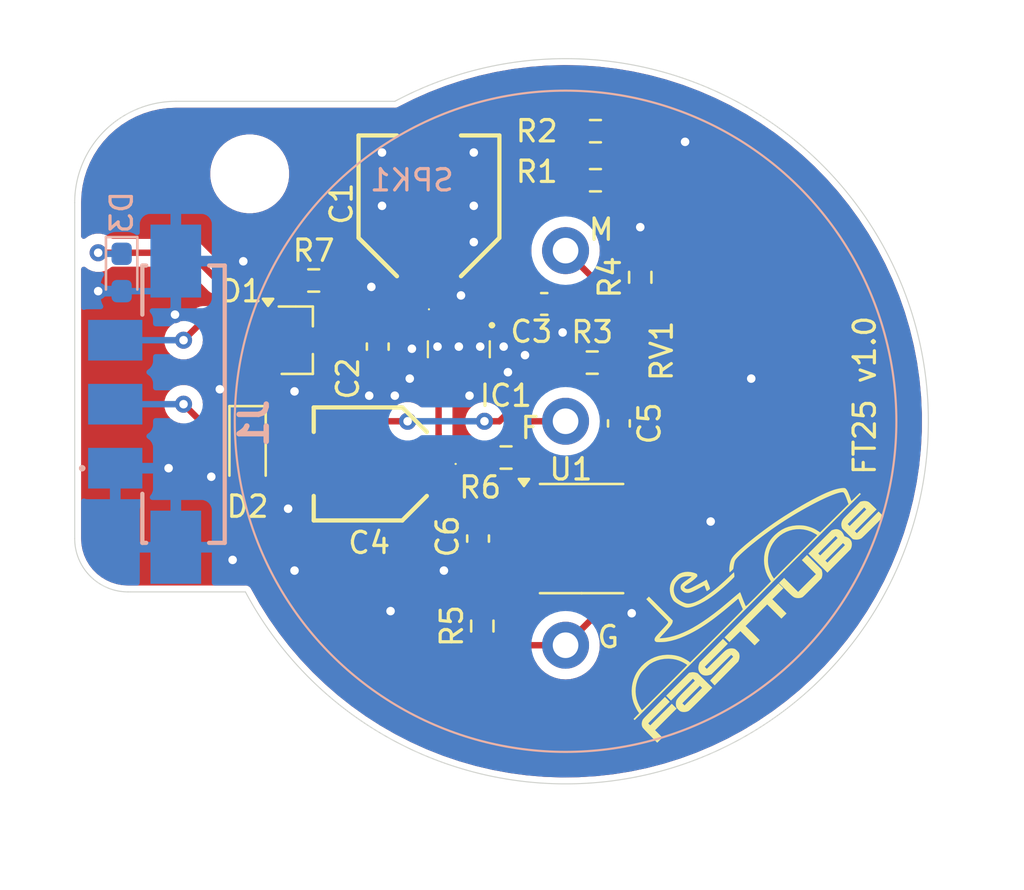
<source format=kicad_pcb>
(kicad_pcb
	(version 20240108)
	(generator "pcbnew")
	(generator_version "8.0")
	(general
		(thickness 1.6)
		(legacy_teardrops no)
	)
	(paper "A4")
	(layers
		(0 "F.Cu" signal)
		(31 "B.Cu" power)
		(32 "B.Adhes" user "B.Adhesive")
		(33 "F.Adhes" user "F.Adhesive")
		(34 "B.Paste" user)
		(35 "F.Paste" user)
		(36 "B.SilkS" user "B.Silkscreen")
		(37 "F.SilkS" user "F.Silkscreen")
		(38 "B.Mask" user)
		(39 "F.Mask" user)
		(40 "Dwgs.User" user "User.Drawings")
		(41 "Cmts.User" user "User.Comments")
		(42 "Eco1.User" user "User.Eco1")
		(43 "Eco2.User" user "User.Eco2")
		(44 "Edge.Cuts" user)
		(45 "Margin" user)
		(46 "B.CrtYd" user "B.Courtyard")
		(47 "F.CrtYd" user "F.Courtyard")
		(48 "B.Fab" user)
		(49 "F.Fab" user)
		(50 "User.1" user)
		(51 "User.2" user)
		(52 "User.3" user)
		(53 "User.4" user)
		(54 "User.5" user)
		(55 "User.6" user)
		(56 "User.7" user)
		(57 "User.8" user)
		(58 "User.9" user)
	)
	(setup
		(stackup
			(layer "F.SilkS"
				(type "Top Silk Screen")
			)
			(layer "F.Paste"
				(type "Top Solder Paste")
			)
			(layer "F.Mask"
				(type "Top Solder Mask")
				(thickness 0.01)
			)
			(layer "F.Cu"
				(type "copper")
				(thickness 0.035)
			)
			(layer "dielectric 1"
				(type "core")
				(thickness 1.51)
				(material "FR4")
				(epsilon_r 4.5)
				(loss_tangent 0.02)
			)
			(layer "B.Cu"
				(type "copper")
				(thickness 0.035)
			)
			(layer "B.Mask"
				(type "Bottom Solder Mask")
				(thickness 0.01)
			)
			(layer "B.Paste"
				(type "Bottom Solder Paste")
			)
			(copper_finish "None")
			(dielectric_constraints no)
		)
		(pad_to_mask_clearance 0)
		(allow_soldermask_bridges_in_footprints no)
		(pcbplotparams
			(layerselection 0x00010fc_ffffffff)
			(plot_on_all_layers_selection 0x0000000_00000000)
			(disableapertmacros no)
			(usegerberextensions no)
			(usegerberattributes yes)
			(usegerberadvancedattributes yes)
			(creategerberjobfile yes)
			(dashed_line_dash_ratio 12.000000)
			(dashed_line_gap_ratio 3.000000)
			(svgprecision 4)
			(plotframeref no)
			(viasonmask no)
			(mode 1)
			(useauxorigin no)
			(hpglpennumber 1)
			(hpglpenspeed 20)
			(hpglpendiameter 15.000000)
			(pdf_front_fp_property_popups yes)
			(pdf_back_fp_property_popups yes)
			(dxfpolygonmode yes)
			(dxfimperialunits yes)
			(dxfusepcbnewfont yes)
			(psnegative no)
			(psa4output no)
			(plotreference yes)
			(plotvalue yes)
			(plotfptext yes)
			(plotinvisibletext no)
			(sketchpadsonfab no)
			(subtractmaskfromsilk no)
			(outputformat 1)
			(mirror no)
			(drillshape 1)
			(scaleselection 1)
			(outputdirectory "")
		)
	)
	(net 0 "")
	(net 1 "VDD")
	(net 2 "GND")
	(net 3 "Net-(U1-FEED)")
	(net 4 "Net-(SPK1-M)")
	(net 5 "+24V")
	(net 6 "Net-(U1-HRNEN)")
	(net 7 "Net-(IC1-EN{slash}ADJ)")
	(net 8 "/SIG")
	(net 9 "Net-(SPK1-G)")
	(net 10 "Net-(SPK1-F)")
	(net 11 "Net-(D1-A)")
	(net 12 "unconnected-(U1-NC-Pad1)")
	(net 13 "unconnected-(U1-NC-Pad3)")
	(net 14 "Net-(R1-Pad2)")
	(net 15 "Net-(D3-K)")
	(footprint "Capacitor_SMD:C_0603_1608Metric_Pad1.08x0.95mm_HandSolder" (layer "F.Cu") (at 141.2 96.5 -90))
	(footprint "Capacitor_SMD:C_0603_1608Metric_Pad1.08x0.95mm_HandSolder" (layer "F.Cu") (at 145.9 105.5 90))
	(footprint "LOGO" (layer "F.Cu") (at 157.785054 107.960449 45))
	(footprint "Resistor_SMD:R_0603_1608Metric_Pad0.98x0.95mm_HandSolder" (layer "F.Cu") (at 146.1 109.6 90))
	(footprint "soundbox:06TR4FA104DPR" (layer "F.Cu") (at 159 95.5))
	(footprint "Capacitor_SMD:C_0603_1608Metric_Pad1.08x0.95mm_HandSolder" (layer "F.Cu") (at 149 94.5 180))
	(footprint "Resistor_SMD:R_0603_1608Metric_Pad0.98x0.95mm_HandSolder" (layer "F.Cu") (at 153.5 93.25 90))
	(footprint "soundbox:PG-SCT595-5" (layer "F.Cu") (at 145 96.5 180))
	(footprint "soundbox:EEE0GA101SR" (layer "F.Cu") (at 140.85 102 180))
	(footprint "Resistor_SMD:R_0603_1608Metric_Pad0.98x0.95mm_HandSolder" (layer "F.Cu") (at 147.2125 101.7))
	(footprint "Resistor_SMD:R_0603_1608Metric_Pad0.98x0.95mm_HandSolder" (layer "F.Cu") (at 151.4 88.7))
	(footprint "Package_TO_SOT_SMD:SOT-23_Handsoldering" (layer "F.Cu") (at 137.4 96.2))
	(footprint "Package_SO:SOIC-8_3.9x4.9mm_P1.27mm" (layer "F.Cu") (at 150.75 105.5))
	(footprint "soundbox:EEE1AA101SP" (layer "F.Cu") (at 143.6 89.9 90))
	(footprint "Resistor_SMD:R_0603_1608Metric_Pad0.98x0.95mm_HandSolder" (layer "F.Cu") (at 151.25 97.25))
	(footprint "Capacitor_SMD:C_0603_1608Metric_Pad1.08x0.95mm_HandSolder" (layer "F.Cu") (at 152.5 100.1 -90))
	(footprint "Diode_SMD:D_SOD-323_HandSoldering" (layer "F.Cu") (at 135.1 101.3 -90))
	(footprint "MountingHole:MountingHole_3.2mm_M3_DIN965" (layer "F.Cu") (at 135.2 88.4))
	(footprint "Resistor_SMD:R_0603_1608Metric_Pad0.98x0.95mm_HandSolder" (layer "F.Cu") (at 138.2 93.4))
	(footprint "Resistor_SMD:R_0603_1608Metric_Pad0.98x0.95mm_HandSolder" (layer "F.Cu") (at 151.4 86.4))
	(footprint "soundbox:TE Micro-Mate-N-Lok 1x03" (layer "B.Cu") (at 132.1 99.2 -90))
	(footprint "LED_SMD:LED_0603_1608Metric_Pad1.05x0.95mm_HandSolder" (layer "B.Cu") (at 129.2 93.025 -90))
	(footprint "soundbox:CPT-3016-105T" (layer "B.Cu") (at 150 100 180))
	(gr_arc
		(start 127 89.75)
		(mid 128.391243 86.391243)
		(end 131.75 85)
		(stroke
			(width 0.05)
			(type default)
		)
		(layer "Edge.Cuts")
		(uuid "0c9499f7-3257-4d1a-ab45-d3dea9659961")
	)
	(gr_line
		(start 131.75 85)
		(end 142 85)
		(stroke
			(width 0.05)
			(type default)
		)
		(layer "Edge.Cuts")
		(uuid "145b8ce2-1cdf-402f-8341-2813b341aab6")
	)
	(gr_line
		(start 127 89.75)
		(end 127 105.5)
		(stroke
			(width 0.05)
			(type default)
		)
		(layer "Edge.Cuts")
		(uuid "5702bfe5-fa35-42f9-b66d-dc1faf38af9f")
	)
	(gr_line
		(start 129.5 108)
		(end 135 108)
		(stroke
			(width 0.05)
			(type default)
		)
		(layer "Edge.Cuts")
		(uuid "7ce022d5-3481-46fd-850f-fa99ac5c91eb")
	)
	(gr_arc
		(start 142 85)
		(mid 166.263456 104.949746)
		(end 135.000001 108.000003)
		(stroke
			(width 0.05)
			(type default)
		)
		(layer "Edge.Cuts")
		(uuid "8a2c619c-8626-4af2-8c59-1422d0ba61b9")
	)
	(gr_arc
		(start 129.5 108)
		(mid 127.732233 107.267767)
		(end 127 105.5)
		(stroke
			(width 0.05)
			(type default)
		)
		(layer "Edge.Cuts")
		(uuid "e1634623-b024-4caa-9d4d-69a765686d49")
	)
	(gr_rect
		(start 127 83)
		(end 167 117)
		(stroke
			(width 0.01)
			(type default)
		)
		(fill none)
		(layer "User.1")
		(uuid "39b0a146-c4d4-4256-ae48-acf0ec4d99bd")
	)
	(gr_text "FT25 v1.0"
		(at 164.6 102.6 90)
		(layer "F.SilkS")
		(uuid "0568cae2-bee3-4247-bec4-4aec8861298f")
		(effects
			(font
				(size 1 1)
				(thickness 0.15)
			)
			(justify left bottom)
		)
	)
	(segment
		(start 144.05 100.6)
		(end 144.05 101.8)
		(width 0.3)
		(layer "F.Cu")
		(net 1)
		(uuid "0200de1e-f1d3-475e-904f-1ae67260540b")
	)
	(segment
		(start 144.05 103.45)
		(end 144.05 102.35)
		(width 0.3)
		(layer "F.Cu")
		(net 1)
		(uuid "0bc4b59f-3030-465f-99e6-8a96f1d37eff")
	)
	(segment
		(start 148.275 104.865)
		(end 146.1275 104.865)
		(width 0.3)
		(layer "F.Cu")
		(net 1)
		(uuid "4fcf3739-2429-46db-a6eb-520af12c0900")
	)
	(segment
		(start 144 97.75)
		(end 144.05 97.7)
		(width 0.3)
		(layer "F.Cu")
		(net 1)
		(uuid "b57598a9-8b18-4e03-89c1-05fa95734452")
	)
	(segment
		(start 144.05 97.7)
		(end 144.05 100.6)
		(width 0.3)
		(layer "F.Cu")
		(net 1)
		(uuid "b5e77050-d7d3-4d83-9482-2923ce921046")
	)
	(segment
		(start 142.85 101.8)
		(end 144.05 101.8)
		(width 0.3)
		(layer "F.Cu")
		(net 1)
		(uuid "b743f3e9-4660-4641-8a39-1aa2c34a7ec6")
	)
	(segment
		(start 144.05 102.35)
		(end 143.7 102)
		(width 0.3)
		(layer "F.Cu")
		(net 1)
		(uuid "c5bb5a80-74ea-46d0-bfec-228c952e0dc7")
	)
	(segment
		(start 145.9 104.6375)
		(end 145.2375 104.6375)
		(width 0.3)
		(layer "F.Cu")
		(net 1)
		(uuid "cd55c0ae-b94b-4f6e-88d8-0819b3376a66")
	)
	(segment
		(start 145.2375 104.6375)
		(end 144.05 103.45)
		(width 0.3)
		(layer "F.Cu")
		(net 1)
		(uuid "ea5494ea-c94c-4637-880a-57b8847c4db0")
	)
	(segment
		(start 146.1275 104.865)
		(end 145.9 104.6375)
		(width 0.3)
		(layer "F.Cu")
		(net 1)
		(uuid "f2ef52aa-2e6f-4866-8b2f-5ded5050ff85")
	)
	(segment
		(start 149.8625 95.8375)
		(end 149.8625 94.5)
		(width 0.3)
		(layer "F.Cu")
		(net 2)
		(uuid "71920597-7374-42a3-8e56-7b58da0dcf27")
	)
	(segment
		(start 144.9375 106.3625)
		(end 145.9 106.3625)
		(width 0.3)
		(layer "F.Cu")
		(net 2)
		(uuid "94618711-fb25-45c9-ba6d-6bf0757c171e")
	)
	(segment
		(start 144.3 107)
		(end 144.9375 106.3625)
		(width 0.3)
		(layer "F.Cu")
		(net 2)
		(uuid "de745790-ac23-4005-8032-b29fb642955f")
	)
	(via
		(at 155.6 86.9)
		(size 0.8)
		(drill 0.4)
		(layers "F.Cu" "B.Cu")
		(free yes)
		(net 2)
		(uuid "06a1a750-8536-4cf8-9192-35bc867304a9")
	)
	(via
		(at 145.7 91.6)
		(size 0.8)
		(drill 0.4)
		(layers "F.Cu" "B.Cu")
		(free yes)
		(net 2)
		(uuid "0db306fa-f0a3-4a00-87b1-7ed6fd918b81")
	)
	(via
		(at 140.8 98.8)
		(size 0.8)
		(drill 0.4)
		(layers "F.Cu" "B.Cu")
		(free yes)
		(net 2)
		(uuid "11677aed-5d35-4c15-8c41-230ac25975ee")
	)
	(via
		(at 142 98.8)
		(size 0.8)
		(drill 0.4)
		(layers "F.Cu" "B.Cu")
		(free yes)
		(net 2)
		(uuid "1634c358-6587-4d9e-a4c2-90a5ab1faafd")
	)
	(via
		(at 147.3 97.7)
		(size 0.8)
		(drill 0.4)
		(layers "F.Cu" "B.Cu")
		(free yes)
		(net 2)
		(uuid "1a418d52-d221-44b1-ad1d-91e97992ecb3")
	)
	(via
		(at 134.9 92.5)
		(size 0.8)
		(drill 0.4)
		(layers "F.Cu" "B.Cu")
		(free yes)
		(net 2)
		(uuid "1ae7c5ac-d660-4ab3-b3fa-65cf1c02d49f")
	)
	(via
		(at 141.4 87.4)
		(size 0.8)
		(drill 0.4)
		(layers "F.Cu" "B.Cu")
		(free yes)
		(net 2)
		(uuid "242c131a-7b58-4e7b-a56b-1eff90940cb4")
	)
	(via
		(at 142.7 98)
		(size 0.8)
		(drill 0.4)
		(layers "F.Cu" "B.Cu")
		(free yes)
		(net 2)
		(uuid "25345f8f-538d-46a3-b8d8-5a868b8a4bca")
	)
	(via
		(at 144.3 107)
		(size 0.8)
		(drill 0.4)
		(layers "F.Cu" "B.Cu")
		(net 2)
		(uuid "2a82b6e4-3e60-41fd-bd5d-f6a27f31de3c")
	)
	(via
		(at 134.4 106.5)
		(size 0.8)
		(drill 0.4)
		(layers "F.Cu" "B.Cu")
		(free yes)
		(net 2)
		(uuid "40f43ec0-ad56-49ad-9da1-70b7a7e2a5b3")
	)
	(via
		(at 153.5 90.9)
		(size 0.8)
		(drill 0.4)
		(layers "F.Cu" "B.Cu")
		(free yes)
		(net 2)
		(uuid "59e64dbd-0451-436f-844e-4c0d273598ba")
	)
	(via
		(at 148.1 96.9)
		(size 0.8)
		(drill 0.4)
		(layers "F.Cu" "B.Cu")
		(free yes)
		(net 2)
		(uuid "69cbc453-a834-432c-a06f-6af5e0115401")
	)
	(via
		(at 145 96.5)
		(size 0.8)
		(drill 0.4)
		(layers "F.Cu" "B.Cu")
		(free yes)
		(net 2)
		(uuid "6a66460c-c4ed-4cbb-ad75-8721cfb01e79")
	)
	(via
		(at 153.1 109)
		(size 0.8)
		(drill 0.4)
		(layers "F.Cu" "B.Cu")
		(free yes)
		(net 2)
		(uuid "7fa75b93-3a54-4ab9-823b-8664220d8fc0")
	)
	(via
		(at 137 104.1)
		(size 0.8)
		(drill 0.4)
		(layers "F.Cu" "B.Cu")
		(free yes)
		(net 2)
		(uuid "83ee66e4-35b7-421f-bd51-e9232ebc2f9c")
	)
	(via
		(at 145.7 87.4)
		(size 0.8)
		(drill 0.4)
		(layers "F.Cu" "B.Cu")
		(free yes)
		(net 2)
		(uuid "87ee8f62-5586-4ec4-bf64-4d8e7f4f3c00")
	)
	(via
		(at 142.8 96.6)
		(size 0.8)
		(drill 0.4)
		(layers "F.Cu" "B.Cu")
		(free yes)
		(net 2)
		(uuid "88f446c1-03c1-4aaf-8c6d-a532e3fea711")
	)
	(via
		(at 133.4 102.6)
		(size 0.8)
		(drill 0.4)
		(layers "F.Cu" "B.Cu")
		(free yes)
		(net 2)
		(uuid "92246a78-6004-4e5e-8693-ea3615729c12")
	)
	(via
		(at 131.4 102.2)
		(size 0.8)
		(drill 0.4)
		(layers "F.Cu" "B.Cu")
		(free yes)
		(net 2)
		(uuid "94bb3951-fb1a-46ff-acb9-ecec1cf0b654")
	)
	(via
		(at 140.9 93.7)
		(size 0.8)
		(drill 0.4)
		(layers "F.Cu" "B.Cu")
		(free yes)
		(net 2)
		(uuid "992c7461-a546-414a-83a3-be9358a4ffe2")
	)
	(via
		(at 145.7 89.9)
		(size 0.8)
		(drill 0.4)
		(layers "F.Cu" "B.Cu")
		(free yes)
		(net 2)
		(uuid "afb24003-5dc5-4adf-9efe-5e0f83e92297")
	)
	(via
		(at 145.1 94.1)
		(size 0.8)
		(drill 0.4)
		(layers "F.Cu" "B.Cu")
		(free yes)
		(net 2)
		(uuid "b57f5c0c-c97f-4e02-83ff-2ef698d42b64")
	)
	(via
		(at 145.5 98.8)
		(size 0.8)
		(drill 0.4)
		(layers "F.Cu" "B.Cu")
		(free yes)
		(net 2)
		(uuid "b5ab2b73-4634-4e0e-855d-42a626e2a677")
	)
	(via
		(at 158.7 98)
		(size 0.8)
		(drill 0.4)
		(layers "F.Cu" "B.Cu")
		(free yes)
		(net 2)
		(uuid "b76a2fc2-0f04-4ac7-8040-3c68efea3aaa")
	)
	(via
		(at 137.3 107)
		(size 0.8)
		(drill 0.4)
		(layers "F.Cu" "B.Cu")
		(free yes)
		(net 2)
		(uuid "b84a5bb6-38b6-489a-88d5-f98f5bcf4f0a")
	)
	(via
		(at 128.1 93.9)
		(size 0.8)
		(drill 0.4)
		(layers "F.Cu" "B.Cu")
		(free yes)
		(net 2)
		(uuid "c6f53ace-18f2-4464-867c-521c9da61925")
	)
	(via
		(at 141.4 89.9)
		(size 0.8)
		(drill 0.4)
		(layers "F.Cu" "B.Cu")
		(free yes)
		(net 2)
		(uuid "ce35d305-acce-470c-a782-1e723ff90853")
	)
	(via
		(at 146 96.5)
		(size 0.8)
		(drill 0.4)
		(layers "F.Cu" "B.Cu")
		(free yes)
		(net 2)
		(uuid "ce89bd32-5eb5-4729-8660-e03d2d9f2e18")
	)
	(via
		(at 147.1 96.5)
		(size 0.8)
		(drill 0.4)
		(layers "F.Cu" "B.Cu")
		(free yes)
		(net 2)
		(uuid "d6efebd2-3405-41b1-bc0d-84897ffc75fb")
	)
	(via
		(at 131.7 95)
		(size 0.8)
		(drill 0.4)
		(layers "F.Cu" "B.Cu")
		(free yes)
		(net 2)
		(uuid "d7aa9736-678b-4114-bba8-f45e0afe47b8")
	)
	(via
		(at 149.8625 95.8375)
		(size 0.8)
		(drill 0.4)
		(layers "F.Cu" "B.Cu")
		(free yes)
		(net 2)
		(uuid "d8f12fb1-bcf4-4713-a92c-8cd19cfe334a")
	)
	(via
		(at 156.8 104.7)
		(size 0.8)
		(drill 0.4)
		(layers "F.Cu" "B.Cu")
		(free yes)
		(net 2)
		(uuid "db890ffb-38c3-4b56-bb01-106cd42901c5")
	)
	(via
		(at 144 96.5)
		(size 0.8)
		(drill 0.4)
		(layers "F.Cu" "B.Cu")
		(free yes)
		(net 2)
		(uuid "dcf1182a-9346-40f1-9a54-d1175b80aebf")
	)
	(via
		(at 141.8 108.9)
		(size 0.8)
		(drill 0.4)
		(layers "F.Cu" "B.Cu")
		(free yes)
		(net 2)
		(uuid "dee0939a-5e0d-4315-a470-5bde3c7fcd15")
	)
	(via
		(at 133.8 98.5)
		(size 0.8)
		(drill 0.4)
		(layers "F.Cu" "B.Cu")
		(free yes)
		(net 2)
		(uuid "e8553ab2-d140-422f-8e37-c9cd37b98698")
	)
	(via
		(at 137.3 98.6)
		(size 0.8)
		(drill 0.4)
		(layers "F.Cu" "B.Cu")
		(free yes)
		(net 2)
		(uuid "ecf13844-64d3-4d09-826f-01f2a3714814")
	)
	(segment
		(start 129.2 93.9)
		(end 128.1 93.9)
		(width 0.3)
		(layer "B.Cu")
		(net 2)
		(uuid "0cd55f2d-7311-4b5c-ba7a-e89fc8f4f5e2")
	)
	(segment
		(start 129.2 93.9)
		(end 130.9 93.9)
		(width 0.3)
		(layer "B.Cu")
		(net 2)
		(uuid "695536ad-dab6-488d-b9b0-7a98161ce5c4")
	)
	(segment
		(start 130.9 93.9)
		(end 131.7375 93.0625)
		(width 0.3)
		(layer "B.Cu")
		(net 2)
		(uuid "a1e3a54f-ef9b-4cb1-ad1f-f7b347cb09ab")
	)
	(segment
		(start 131.7375 93.0625)
		(end 131.7375 92.49)
		(width 0.3)
		(layer "B.Cu")
		(net 2)
		(uuid "bb0f4da9-66c2-4933-9835-f0fd5210320e")
	)
	(segment
		(start 149.9 106.9)
		(end 149.395 107.405)
		(width 0.3)
		(layer "F.Cu")
		(net 3)
		(uuid "072347fb-8a85-4b8b-9cdd-570becb73639")
	)
	(segment
		(start 149.7 103)
		(end 150.1 103)
		(width 0.3)
		(layer "F.Cu")
		(net 3)
		(uuid "11e8214e-b373-43c8-ae68-38b5e3213818")
	)
	(segment
		(start 152.1375 100.9625)
		(end 152.5 100.9625)
		(width 0.3)
		(layer "F.Cu")
		(net 3)
		(uuid "25f2b0a8-c502-408e-8164-4ce47b492466")
	)
	(segment
		(start 149.9 103.2)
		(end 150.1 103)
		(width 0.3)
		(layer "F.Cu")
		(net 3)
		(uuid "30c377f0-684f-4468-bc59-12db9983da53")
	)
	(segment
		(start 148.125 101.7)
		(end 148.4 101.7)
		(width 0.3)
		(layer "F.Cu")
		(net 3)
		(uuid "68a5e2c6-7d6d-4572-b044-716560f93b78")
	)
	(segment
		(start 149.395 107.405)
		(end 148.275 107.405)
		(width 0.3)
		(layer "F.Cu")
		(net 3)
		(uuid "743d24b5-976d-4645-9863-8a0ee42aafcc")
	)
	(segment
		(start 149.7 103)
		(end 149.9 103.2)
		(width 0.3)
		(layer "F.Cu")
		(net 3)
		(uuid "78005be2-efb6-4035-8dcc-eb81a73eb354")
	)
	(segment
		(start 150.1 103)
		(end 152.1375 100.9625)
		(width 0.3)
		(layer "F.Cu")
		(net 3)
		(uuid "8781c6ea-0942-46f3-9027-bf40e47d732e")
	)
	(segment
		(start 148.4 101.7)
		(end 149.7 103)
		(width 0.3)
		(layer "F.Cu")
		(net 3)
		(uuid "b404ab0a-8eff-45cf-aa85-93b0c45359af")
	)
	(segment
		(start 148.275 107.405)
		(end 146.695 107.405)
		(width 0.3)
		(layer "F.Cu")
		(net 3)
		(uuid "b7f262e9-2b47-4bf3-b8ee-027a7b5af4f2")
	)
	(segment
		(start 146.1 108)
		(end 146.1 108.6875)
		(width 0.3)
		(layer "F.Cu")
		(net 3)
		(uuid "c9351f02-0ad6-4a13-8880-e8a5264c1232")
	)
	(segment
		(start 149.9 103.2)
		(end 149.9 106.9)
		(width 0.3)
		(layer "F.Cu")
		(net 3)
		(uuid "cb404238-cfe4-4c89-80e5-10dbaa60b65d")
	)
	(segment
		(start 146.695 107.405)
		(end 146.1 108)
		(width 0.3)
		(layer "F.Cu")
		(net 3)
		(uuid "dfaba7fd-470f-4ac3-a265-6437310b768d")
	)
	(segment
		(start 152.4375 99.2375)
		(end 151.25 98.05)
		(width 0.3)
		(layer "F.Cu")
		(net 4)
		(uuid "16673ef8-2781-4e29-9ce0-ce8e17a8506f")
	)
	(segment
		(start 151.8 103.2)
		(end 153.4 101.6)
		(width 0.3)
		(layer "F.Cu")
		(net 4)
		(uuid "3da75233-b6b6-4c1f-b236-e40923ca1e21")
	)
	(segment
		(start 151.25 93.25)
		(end 150 92)
		(width 0.3)
		(layer "F.Cu")
		(net 4)
		(uuid "65a1f3a9-a9a4-4ebb-ac3b-643abefa83e6")
	)
	(segment
		(start 153.225 104.865)
		(end 152.365 104.865)
		(width 0.3)
		(layer "F.Cu")
		(net 4)
		(uuid "70d18280-a1a2-4a91-932e-2683647e553b")
	)
	(segment
		(start 151.8 104.3)
		(end 151.8 103.2)
		(width 0.3)
		(layer "F.Cu")
		(net 4)
		(uuid "93c204e2-e82a-439a-8e55-cfd5c3a86dd5")
	)
	(segment
		(start 153.4 100.1375)
		(end 152.5 99.2375)
		(width 0.3)
		(layer "F.Cu")
		(net 4)
		(uuid "9d75660a-4465-4fd8-b749-fa8c264b29dc")
	)
	(segment
		(start 152.5 99.2375)
		(end 152.4375 99.2375)
		(width 0.3)
		(layer "F.Cu")
		(net 4)
		(uuid "a6446cac-3f7e-47c6-8ffe-f93642c45dd3")
	)
	(segment
		(start 153.4 101.6)
		(end 153.4 100.1375)
		(width 0.3)
		(layer "F.Cu")
		(net 4)
		(uuid "d29ca72d-fd75-4e63-a9ef-bb7bfd16a48c")
	)
	(segment
		(start 151.25 98.05)
		(end 151.25 93.25)
		(width 0.3)
		(layer "F.Cu")
		(net 4)
		(uuid "f5fbbc68-e833-4c48-80bb-defc46a5cc2a")
	)
	(segment
		(start 152.365 104.865)
		(end 151.8 104.3)
		(width 0.3)
		(layer "F.Cu")
		(net 4)
		(uuid "fda7703d-c832-413a-bf81-807f5eea4c8c")
	)
	(segment
		(start 139.1125 95.9875)
		(end 138.9 96.2)
		(width 0.3)
		(layer "F.Cu")
		(net 5)
		(uuid "0c680efc-7feb-42ee-a649-48367faca43c")
	)
	(segment
		(start 147.7 92)
		(end 147.7 91)
		(width 0.3)
		(layer "F.Cu")
		(net 5)
		(uuid "1714de18-f19e-4a1d-9fcb-abbc4390ca85")
	)
	(segment
		(start 141.5875 95.25)
		(end 144 95.25)
		(width 0.3)
		(layer "F.Cu")
		(net 5)
		(uuid "3cdd5ae0-fe74-40b7-91eb-253b46d6524f")
	)
	(segment
		(start 143.6 94.4)
		(end 144.05 94.85)
		(width 0.3)
		(layer "F.Cu")
		(net 5)
		(uuid "5cfb3353-0791-41e6-bccb-971103ac1a26")
	)
	(segment
		(start 139.1125 93.4)
		(end 139.1125 95.9875)
		(width 0.3)
		(layer "F.Cu")
		(net 5)
		(uuid "5d30a03b-2cd2-463f-ac74-ba9c1ef6597b")
	)
	(segment
		(start 144.05 94.85)
		(end 144.05 95.3)
		(width 0.3)
		(layer "F.Cu")
		(net 5)
		(uuid "621ce208-3109-48a3-945d-31c8a7be375d")
	)
	(segment
		(start 140.1125 95.6375)
		(end 141.2 95.6375)
		(width 0.3)
		(layer "F.Cu")
		(net 5)
		(uuid "741a27be-6162-47b2-ad04-96fb7ac0b279")
	)
	(segment
		(start 144.3 93.1)
		(end 146.6 93.1)
		(width 0.3)
		(layer "F.Cu")
		(net 5)
		(uuid "7d813ea8-5ed9-49a4-98e1-c2993e25371a")
	)
	(segment
		(start 150 88.7)
		(end 150.4875 88.7)
		(width 0.3)
		(layer "F.Cu")
		(net 5)
		(uuid "91449544-3d85-43bf-892d-142f30243a74")
	)
	(segment
		(start 146.6 93.1)
		(end 147.7 92)
		(width 0.3)
		(layer "F.Cu")
		(net 5)
		(uuid "a21a02bd-2759-401c-b257-6fddf78b91b4")
	)
	(segment
		(start 147.7 91)
		(end 150 88.7)
		(width 0.3)
		(layer "F.Cu")
		(net 5)
		(uuid "b0d0a533-03d1-4d10-9c9d-275a057f1864")
	)
	(segment
		(start 138.9 96.2)
		(end 139.55 96.2)
		(width 0.3)
		(layer "F.Cu")
		(net 5)
		(uuid "bd107eda-4f5e-4951-931b-0b65bc3ea725")
	)
	(segment
		(start 143.6 92.4)
		(end 144.3 93.1)
		(width 0.3)
		(layer "F.Cu")
		(net 5)
		(uuid "bdbf9fa0-e6ce-431f-be19-940864357b67")
	)
	(segment
		(start 141.2 95.6375)
		(end 141.5875 95.25)
		(width 0.3)
		(layer "F.Cu")
		(net 5)
		(uuid "c70a6765-40cc-46c1-a2d9-b3050acd3216")
	)
	(segment
		(start 139.55 96.2)
		(end 140.1125 95.6375)
		(width 0.3)
		(layer "F.Cu")
		(net 5)
		(uuid "e1a2c8d8-ddc3-4812-a16f-2c720999d104")
	)
	(segment
		(start 143.6 92.4)
		(end 143.6 94.4)
		(width 0.3)
		(layer "F.Cu")
		(net 5)
		(uuid "e50a271d-fbd0-4824-a5eb-2812063731a2")
	)
	(segment
		(start 150.4875 86.4)
		(end 150.4875 88.7)
		(width 0.3)
		(layer "F.Cu")
		(net 5)
		(uuid "e74d25ae-28d4-40ff-aaa6-db74846f4d2c")
	)
	(segment
		(start 152.1625 97.25)
		(end 154 99.0875)
		(width 0.3)
		(layer "F.Cu")
		(net 6)
		(uuid "3373c322-f050-48d0-bec9-783b14de9a20")
	)
	(segment
		(start 152.1625 97.25)
		(end 152.25 97.25)
		(width 0.3)
		(layer "F.Cu")
		(net 6)
		(uuid "52311879-8ed6-466b-bba9-44d036750aed")
	)
	(segment
		(start 154 102.82)
		(end 153.225 103.595)
		(width 0.3)
		(layer "F.Cu")
		(net 6)
		(uuid "5c9a70c6-3c37-4136-aee2-631c370f708c")
	)
	(segment
		(start 154 99.0875)
		(end 154 102.82)
		(width 0.3)
		(layer "F.Cu")
		(net 6)
		(uuid "e057f958-100b-4a61-bfb9-9d5cd19452f3")
	)
	(segment
		(start 153.5 96)
		(end 153.5 94.1625)
		(width 0.3)
		(layer "F.Cu")
		(net 6)
		(uuid "ef8cfd81-6cb9-4d71-b3bf-0610e509a439")
	)
	(segment
		(start 152.25 97.25)
		(end 153.5 96)
		(width 0.3)
		(layer "F.Cu")
		(net 6)
		(uuid "fa2f396c-09cf-4795-881a-85a4b4ae0039")
	)
	(segment
		(start 159 91.225)
		(end 157.525 89.75)
		(width 0.3)
		(layer "F.Cu")
		(net 7)
		(uuid "10e80ff1-24c9-4e99-a6ae-40c6b4da76d7")
	)
	(segment
		(start 145.95 95.3)
		(end 147.425 93.825)
		(width 0.3)
		(layer "F.Cu")
		(net 7)
		(uuid "69f64f3f-7002-47e9-8d79-e5b3fa90185e")
	)
	(segment
		(start 148.25 93)
		(end 147.425 93.825)
		(width 0.3)
		(layer "F.Cu")
		(net 7)
		(uuid "71a75b59-ac82-42df-ab4d-24534136247c")
	)
	(segment
		(start 149.75 89.75)
		(end 148.25 91.25)
		(width 0.3)
		(layer "F.Cu")
		(net 7)
		(uuid "7c187c0d-5463-49e4-b302-7e6b907a001c")
	)
	(segment
		(start 157.525 89.75)
		(end 149.75 89.75)
		(width 0.3)
		(layer "F.Cu")
		(net 7)
		(uuid "8caf3322-20bd-4792-87d4-2ac4b6e61f44")
	)
	(segment
		(start 148.1375 94.5)
		(end 148.1 94.5)
		(width 0.3)
		(layer "F.Cu")
		(net 7)
		(uuid "c7a1fbfd-de61-4daa-8cec-99339a910f45")
	)
	(segment
		(start 148.1 94.5)
		(end 147.425 93.825)
		(width 0.3)
		(layer "F.Cu")
		(net 7)
		(uuid "fb5c3ebe-ae4a-47c1-bc91-695929b1d538")
	)
	(segment
		(start 148.25 91.25)
		(end 148.25 93)
		(width 0.3)
		(layer "F.Cu")
		(net 7)
		(uuid "fd5ccc6b-1f50-4929-b1e8-f7fa3b79e0ff")
	)
	(segment
		(start 149.65 97.25)
		(end 150.3375 97.25)
		(width 0.3)
		(layer "F.Cu")
		(net 8)
		(uuid "49712491-cc98-417d-9fd7-6bea8419dd0f")
	)
	(segment
		(start 146.2 100)
		(end 146.9 100)
		(width 0.3)
		(layer "F.Cu")
		(net 8)
		(uuid "527f361a-886e-4d3e-b2f8-d2e7b77728ba")
	)
	(segment
		(start 132.9 100)
		(end 132.1 99.2)
		(width 0.3)
		(layer "F.Cu")
		(net 8)
		(uuid "5baef98e-5189-4eb0-8387-1bdec159583f")
	)
	(segment
		(start 142.6 100)
		(end 132.9 100)
		(width 0.3)
		(layer "F.Cu")
		(net 8)
		(uuid "c74e87f2-4beb-42a2-8bce-759a3bbe4814")
	)
	(segment
		(start 146.9 100)
		(end 149.65 97.25)
		(width 0.3)
		(layer "F.Cu")
		(net 8)
		(uuid "eab867c7-f470-4870-8085-66ac175dac89")
	)
	(via
		(at 146.2 100)
		(size 0.8)
		(drill 0.4)
		(layers "F.Cu" "B.Cu")
		(net 8)
		(uuid "3e77b714-44f3-4163-8c08-87f52830b850")
	)
	(via
		(at 142.6 100)
		(size 0.8)
		(drill 0.4)
		(layers "F.Cu" "B.Cu")
		(net 8)
		(uuid "5281ce56-3ddb-4cc6-af00-7d45d7765312")
	)
	(via
		(at 132.1 99.2)
		(size 0.8)
		(drill 0.4)
		(layers "F.Cu" "B.Cu")
		(net 8)
		(uuid "b37c375d-dd82-4e8f-af80-140a5bedd833")
	)
	(segment
		(start 132.1 99.2)
		(end 128.9 99.2)
		(width 0.3)
		(layer "B.Cu")
		(net 8)
		(uuid "550c766a-656c-4f02-959e-6002256314dc")
	)
	(segment
		(start 142.6 100)
		(end 146.2 100)
		(width 0.3)
		(layer "B.Cu")
		(net 8)
		(uuid "7f30ac41-d40b-4057-b41b-f5859121de8d")
	)
	(segment
		(start 146.1 110.5125)
		(end 146.1125 110.5)
		(width 0.3)
		(layer "F.Cu")
		(net 9)
		(uuid "0985b6fd-d180-4fc5-bce9-3d6204322516")
	)
	(segment
		(start 150 110.5)
		(end 151.3 109.2)
		(width 0.3)
		(layer "F.Cu")
		(net 9)
		(uuid "29833cd4-ae84-47c3-a086-4dfcd0ca3a64")
	)
	(segment
		(start 146.1125 110.5)
		(end 150 110.5)
		(width 0.3)
		(layer "F.Cu")
		(net 9)
		(uuid "924cc875-b40f-4c52-9192-86ac241c9175")
	)
	(segment
		(start 151.965 106.135)
		(end 153.225 106.135)
		(width 0.3)
		(layer "F.Cu")
		(net 9)
		(uuid "d32f4e74-f404-477c-91c6-11336f273e81")
	)
	(segment
		(start 151.3 109.2)
		(end 151.3 106.8)
		(width 0.3)
		(layer "F.Cu")
		(net 9)
		(uuid "e4c7c31e-d0bc-4d47-b7ae-acbdc347fd7a")
	)
	(segment
		(start 151.3 106.8)
		(end 151.965 106.135)
		(width 0.3)
		(layer "F.Cu")
		(net 9)
		(uuid "e78a7e10-98f9-4831-bed7-9f8aafb304a1")
	)
	(segment
		(start 148 100)
		(end 150 100)
		(width 0.3)
		(layer "F.Cu")
		(net 10)
		(uuid "3742acb2-820e-4999-be63-afbe5ee5925a")
	)
	(segment
		(start 146.3 101.7)
		(end 148 100)
		(width 0.3)
		(layer "F.Cu")
		(net 10)
		(uuid "85bef4ca-4201-41d1-8bbe-9a35f0aa61c3")
	)
	(segment
		(start 133.05 95.25)
		(end 132.1 96.2)
		(width 0.3)
		(layer "F.Cu")
		(net 11)
		(uuid "c05adb94-fcf2-46f2-9995-128d27f8e65d")
	)
	(segment
		(start 135.9 95.25)
		(end 133.05 95.25)
		(width 0.3)
		(layer "F.Cu")
		(net 11)
		(uuid "f2a95a8c-f339-4b8b-9434-a14fdffa8c9d")
	)
	(via
		(at 132.1 96.2)
		(size 0.8)
		(drill 0.4)
		(layers "F.Cu" "B.Cu")
		(net 11)
		(uuid "ec99fa40-5d9d-41a8-9fe6-5b497feb807a")
	)
	(segment
		(start 132.1 96.2)
		(end 128.9 96.2)
		(width 0.3)
		(layer "B.Cu")
		(net 11)
		(uuid "84b5106d-4355-40eb-8239-1ba06ac7f42a")
	)
	(segment
		(start 161.15 100.425)
		(end 161.15 89.95)
		(width 0.3)
		(layer "F.Cu")
		(net 14)
		(uuid "26979417-b786-4be8-984f-7d0738cdff24")
	)
	(segment
		(start 161.15 89.95)
		(end 159.9 88.7)
		(width 0.3)
		(layer "F.Cu")
		(net 14)
		(uuid "7718b055-c971-4cec-ab44-672e9f6976fc")
	)
	(segment
		(start 159.9 88.7)
		(end 152.3125 88.7)
		(width 0.3)
		(layer "F.Cu")
		(net 14)
		(uuid "8f63e3d9-dbb7-40be-853d-4d064e73fe36")
	)
	(segment
		(start 152.3125 86.4)
		(end 152.3125 88.7)
		(width 0.3)
		(layer "F.Cu")
		(net 14)
		(uuid "d1f80375-c994-4ac9-a326-cf0882761c94")
	)
	(segment
		(start 132.4 92.1)
		(end 133.7 93.4)
		(width 0.3)
		(layer "F.Cu")
		(net 15)
		(uuid "491fd4ca-186c-4fc1-8594-ba9a84878f43")
	)
	(segment
		(start 128.1 92.1)
		(end 132.4 92.1)
		(width 0.3)
		(layer "F.Cu")
		(net 15)
		(uuid "b53c70f5-29df-4bef-ad9d-d147fce60c95")
	)
	(segment
		(start 133.7 93.4)
		(end 137.2875 93.4)
		(width 0.3)
		(layer "F.Cu")
		(net 15)
		(uuid "db62fcb2-2b63-4611-a236-89202474a873")
	)
	(via
		(at 128.1 92.1)
		(size 0.8)
		(drill 0.4)
		(layers "F.Cu" "B.Cu")
		(net 15)
		(uuid "f4a19a0b-e130-4c3f-8df1-dd8a57e865aa")
	)
	(segment
		(start 129.2 92.15)
		(end 128.15 92.15)
		(width 0.3)
		(layer "B.Cu")
		(net 15)
		(uuid "03222ce5-a326-4457-99bd-d56656ecb526")
	)
	(segment
		(start 128.15 92.15)
		(end 128.1 92.1)
		(width 0.3)
		(layer "B.Cu")
		(net 15)
		(uuid "e4aeac96-58e7-412a-b1d2-b417bd587c3d")
	)
	(zone
		(net 2)
		(net_name "GND")
		(layers "F&B.Cu")
		(uuid "f9e29ff1-ed6b-4444-a671-19fb7397cf29")
		(hatch edge 0.5)
		(connect_pads
			(clearance 0.5)
		)
		(min_thickness 0.25)
		(filled_areas_thickness no)
		(fill yes
			(thermal_gap 0.5)
			(thermal_bridge_width 0.5)
		)
		(polygon
			(pts
				(xy 123.5 80.25) (xy 171.5 80.25) (xy 171.5 122) (xy 123.5 122)
			)
		)
		(filled_polygon
			(layer "F.Cu")
			(pts
				(xy 150.738849 83.316924) (xy 150.744832 83.317191) (xy 151.548128 83.372487) (xy 151.554089 83.373043)
				(xy 152.353772 83.467285) (xy 152.359713 83.468132) (xy 153.153872 83.601098) (xy 153.159756 83.602231)
				(xy 153.946502 83.773602) (xy 153.952355 83.775027) (xy 154.729831 83.984396) (xy 154.735607 83.986103)
				(xy 155.502 84.232982) (xy 155.507668 84.23496) (xy 155.996378 84.419032) (xy 156.2612 84.518778)
				(xy 156.266784 84.521038) (xy 156.498304 84.621332) (xy 157.005625 84.841104) (xy 157.011068 84.843621)
				(xy 157.733508 85.199198) (xy 157.738804 85.201966) (xy 158.173492 85.442812) (xy 158.443116 85.592202)
				(xy 158.448313 85.595248) (xy 159.132857 86.019234) (xy 159.137896 86.022528) (xy 159.360299 86.175704)
				(xy 159.801005 86.479232) (xy 159.805881 86.482768) (xy 160.446027 86.971133) (xy 160.450726 86.974901)
				(xy 161.066433 87.493804) (xy 161.070943 87.497797) (xy 161.652357 88.038211) (xy 161.660699 88.045964)
				(xy 161.665001 88.050162) (xy 161.833895 88.223176) (xy 162.227448 88.62633) (xy 162.23155 88.630741)
				(xy 162.55509 88.9961) (xy 162.753549 89.220212) (xy 162.765352 89.23354) (xy 162.769235 89.238145)
				(xy 163.273141 89.866165) (xy 163.276795 89.870953) (xy 163.749595 90.522686) (xy 163.753013 90.527646)
				(xy 164.193628 91.201602) (xy 164.1968 91.206723) (xy 164.604133 91.901226) (xy 164.607054 91.906494)
				(xy 164.980205 92.620006) (xy 164.982866 92.62541) (xy 165.32092 93.356186) (xy 165.323315 93.361712)
				(xy 165.625484 94.108047) (xy 165.627608 94.113684) (xy 165.893172 94.873799) (xy 165.89502 94.879532)
				(xy 166.123357 95.651644) (xy 166.124925 95.65746) (xy 166.315503 96.439774) (xy 166.316786 96.445659)
				(xy 166.469145 97.236287) (xy 166.470141 97.242228) (xy 166.583927 98.039332) (xy 166.584633 98.045314)
				(xy 166.659575 98.84699) (xy 166.65999 98.852999) (xy 166.695912 99.657391) (xy 166.696034 99.663413)
				(xy 166.692851 100.468574) (xy 166.692681 100.474595) (xy 166.650402 101.278658) (xy 166.64994 101.284664)
				(xy 166.56866 102.085749) (xy 166.567906 102.091725) (xy 166.447824 102.88789) (xy 166.446781 102.893823)
				(xy 166.288178 103.683215) (xy 166.286849 103.689089) (xy 166.090097 104.469857) (xy 166.088484 104.475661)
				(xy 165.854039 105.245979) (xy 165.852145 105.251697) (xy 165.580588 106.009666) (xy 165.57842 106.015286)
				(xy 165.270355 106.759223) (xy 165.267916 106.76473) (xy 164.924097 107.49281) (xy 164.921393 107.498193)
				(xy 164.54262 108.208717) (xy 164.539658 108.213962) (xy 164.126832 108.90525) (xy 164.123619 108.910345)
				(xy 163.677702 109.580779) (xy 163.674245 109.585712) (xy 163.196303 110.233691) (xy 163.192611 110.23845)
				(xy 162.68376 110.862462) (xy 162.679841 110.867037) (xy 162.141301 111.465586) (xy 162.137165 111.469964)
				(xy 161.57018 112.041668) (xy 161.565836 112.045841) (xy 160.971741 112.589351) (xy 160.967199 112.593307)
				(xy 160.347442 113.107299) (xy 160.342713 113.111031) (xy 159.698708 113.594334) (xy 159.693804 113.597831)
				(xy 159.027098 114.049283) (xy 159.02203 114.052538) (xy 158.334199 114.471074) (xy 158.328979 114.47408)
				(xy 157.621601 114.858736) (xy 157.616241 114.861484) (xy 156.891046 115.211323) (xy 156.885558 115.213808)
				(xy 156.144202 115.528026) (xy 156.138601 115.530241) (xy 155.382878 115.808082) (xy 155.377176 115.810022)
				(xy 154.608872 116.05083) (xy 154.603082 116.052492) (xy 153.823957 116.255713) (xy 153.818093 116.257091)
				(xy 153.030035 116.422233) (xy 153.024112 116.423325) (xy 152.22896 116.550002) (xy 152.22299 116.550805)
				(xy 151.422623 116.63872) (xy 151.416621 116.639232) (xy 150.612933 116.688174) (xy 150.606914 116.688394)
				(xy 149.801785 116.698251) (xy 149.795762 116.698178) (xy 148.991125 116.668924) (xy 148.985112 116.668559)
				(xy 148.182843 116.600265) (xy 148.176856 116.599609) (xy 147.378824 116.492431) (xy 147.372875 116.491484)
				(xy 146.581019 116.345685) (xy 146.575135 116.344453) (xy 146.143372 116.243056) (xy 145.79127 116.160367)
				(xy 145.785442 116.158848) (xy 145.011444 115.936912) (xy 145.005696 115.935111) (xy 144.243406 115.675856)
				(xy 144.237752 115.673779) (xy 143.488938 115.377807) (xy 143.483391 115.375457) (xy 143.323003 115.30287)
				(xy 142.749838 115.043471) (xy 142.744413 115.040855) (xy 142.027866 114.673648) (xy 142.022573 114.670772)
				(xy 141.324672 114.269181) (xy 141.319526 114.266051) (xy 140.641954 113.831046) (xy 140.636966 113.827669)
				(xy 139.981354 113.360298) (xy 139.976535 113.356684) (xy 139.344345 112.857989) (xy 139.339708 112.854144)
				(xy 138.732514 112.325365) (xy 138.728069 112.3213) (xy 138.147246 111.763635) (xy 138.143025 111.75938)
				(xy 137.751736 111.34534) (xy 137.589979 111.174177) (xy 137.585949 111.1697) (xy 137.279098 110.811669)
				(xy 137.06197 110.558326) (xy 137.058188 110.553691) (xy 136.564485 109.917552) (xy 136.560935 109.912741)
				(xy 136.098728 109.253406) (xy 136.095399 109.248403) (xy 136.072611 109.212283) (xy 135.665753 108.567395)
				(xy 135.662691 108.56227) (xy 135.285135 107.893968) (xy 135.281699 107.886916) (xy 135.263805 107.855924)
				(xy 135.261778 107.852273) (xy 135.242752 107.816598) (xy 135.242751 107.816596) (xy 135.211356 107.786355)
				(xy 135.2097 107.784729) (xy 135.184086 107.759115) (xy 135.174615 107.750965) (xy 135.174194 107.750559)
				(xy 135.144992 107.736362) (xy 135.13721 107.73223) (xy 135.115993 107.71998) (xy 135.113441 107.718923)
				(xy 135.094862 107.71199) (xy 135.088585 107.708938) (xy 135.067441 107.705994) (xy 135.05246 107.702955)
				(xy 135.039562 107.6995) (xy 135.039561 107.6995) (xy 135.029397 107.6995) (xy 135.012294 107.698315)
				(xy 134.994306 107.69581) (xy 134.98429 107.697589) (xy 134.962604 107.6995) (xy 129.503751 107.6995)
				(xy 129.496264 107.699274) (xy 129.242364 107.683915) (xy 129.2275 107.68211) (xy 128.981001 107.636938)
				(xy 128.966461 107.633354) (xy 128.727211 107.5588) (xy 128.713211 107.553491) (xy 128.48468 107.450638)
				(xy 128.471421 107.443679) (xy 128.275312 107.325127) (xy 128.256958 107.314031) (xy 128.244637 107.305527)
				(xy 128.047363 107.150972) (xy 128.036155 107.141042) (xy 127.858957 106.963844) (xy 127.849027 106.952636)
				(xy 127.79554 106.884365) (xy 127.694468 106.755356) (xy 127.68597 106.743045) (xy 127.621143 106.635808)
				(xy 127.55632 106.528578) (xy 127.549361 106.515319) (xy 127.446508 106.286788) (xy 127.441199 106.272788)
				(xy 127.413839 106.184989) (xy 127.366644 106.033536) (xy 127.363061 106.018998) (xy 127.317889 105.772499)
				(xy 127.316084 105.757635) (xy 127.315543 105.748699) (xy 127.300726 105.503736) (xy 127.3005 105.496249)
				(xy 127.3005 102.849986) (xy 134.100001 102.849986) (xy 134.110494 102.952697) (xy 134.165641 103.119119)
				(xy 134.165643 103.119124) (xy 134.257684 103.268345) (xy 134.381654 103.392315) (xy 134.530875 103.484356)
				(xy 134.53088 103.484358) (xy 134.697302 103.539505) (xy 134.697309 103.539506) (xy 134.800019 103.549999)
				(xy 135.35 103.549999) (xy 135.399972 103.549999) (xy 135.399986 103.549998) (xy 135.502697 103.539505)
				(xy 135.669119 103.484358) (xy 135.669124 103.484356) (xy 135.818345 103.392315) (xy 135.942315 103.268345)
				(xy 136.034356 103.119124) (xy 136.034358 103.119119) (xy 136.089505 102.952697) (xy 136.089506 102.95269)
				(xy 136.099999 102.849986) (xy 136.1 102.849973) (xy 136.1 102.847844) (xy 136.8 102.847844) (xy 136.806401 102.907372)
				(xy 136.806403 102.907379) (xy 136.856645 103.042086) (xy 136.856649 103.042093) (xy 136.942809 103.157187)
				(xy 136.942812 103.15719) (xy 137.057906 103.24335) (xy 137.057913 103.243354) (xy 137.19262 103.293596)
				(xy 137.192627 103.293598) (xy 137.252155 103.299999) (xy 137.252172 103.3) (xy 138.45 103.3) (xy 138.95 103.3)
				(xy 140.147828 103.3) (xy 140.147844 103.299999) (xy 140.207372 103.293598) (xy 140.207379 103.293596)
				(xy 140.342086 103.243354) (xy 140.342093 103.24335) (xy 140.457187 103.15719) (xy 140.45719 103.157187)
				(xy 140.54335 103.042093) (xy 140.543354 103.042086) (xy 140.593596 102.907379) (xy 140.593598 102.907372)
				(xy 140.599999 102.847844) (xy 140.6 102.847827) (xy 140.6 102.25) (xy 138.95 102.25) (xy 138.95 103.3)
				(xy 138.45 103.3) (xy 138.45 102.25) (xy 136.8 102.25) (xy 136.8 102.847844) (xy 136.1 102.847844)
				(xy 136.1 102.8) (xy 135.35 102.8) (xy 135.35 103.549999) (xy 134.800019 103.549999) (xy 134.849999 103.549998)
				(xy 134.85 103.549998) (xy 134.85 102.8) (xy 134.100001 102.8) (xy 134.100001 102.849986) (xy 127.3005 102.849986)
				(xy 127.3005 102.250013) (xy 134.1 102.250013) (xy 134.1 102.3) (xy 134.85 102.3) (xy 135.35 102.3)
				(xy 136.099999 102.3) (xy 136.099999 102.250028) (xy 136.099998 102.250013) (xy 136.089505 102.147302)
				(xy 136.034358 101.98088) (xy 136.034356 101.980875) (xy 135.942315 101.831654) (xy 135.818345 101.707684)
				(xy 135.669124 101.615643) (xy 135.669119 101.615641) (xy 135.502697 101.560494) (xy 135.50269 101.560493)
				(xy 135.399986 101.55) (xy 135.35 101.55) (xy 135.35 102.3) (xy 134.85 102.3) (xy 134.85 101.55)
				(xy 134.849999 101.549999) (xy 134.800029 101.55) (xy 134.800011 101.550001) (xy 134.697302 101.560494)
				(xy 134.53088 101.615641) (xy 134.530875 101.615643) (xy 134.381654 101.707684) (xy 134.257684 101.831654)
				(xy 134.165643 101.980875) (xy 134.165641 101.98088) (xy 134.110494 102.147302) (xy 134.110493 102.147309)
				(xy 134.1 102.250013) (xy 127.3005 102.250013) (xy 127.3005 92.875571) (xy 127.320185 92.808532)
				(xy 127.372989 92.762777) (xy 127.442147 92.752833) (xy 127.497381 92.775251) (xy 127.635461 92.875571)
				(xy 127.64727 92.884151) (xy 127.820192 92.961142) (xy 127.820197 92.961144) (xy 128.005354 93.0005)
				(xy 128.005355 93.0005) (xy 128.194644 93.0005) (xy 128.194646 93.0005) (xy 128.379803 92.961144)
				(xy 128.55273 92.884151) (xy 128.70409 92.774182) (xy 128.769896 92.750702) (xy 128.776975 92.7505)
				(xy 132.079192 92.7505) (xy 132.146231 92.770185) (xy 132.166873 92.786819) (xy 133.285325 93.905272)
				(xy 133.285332 93.905278) (xy 133.391868 93.976462) (xy 133.391874 93.976466) (xy 133.461221 94.005189)
				(xy 133.510256 94.025501) (xy 133.510259 94.025501) (xy 133.51026 94.025502) (xy 133.635928 94.0505)
				(xy 133.635931 94.0505) (xy 136.356792 94.0505) (xy 136.423831 94.070185) (xy 136.449415 94.09338)
				(xy 136.449553 94.093243) (xy 136.452352 94.096042) (xy 136.454055 94.097586) (xy 136.454655 94.098345)
				(xy 136.494129 94.137819) (xy 136.527614 94.199142) (xy 136.52263 94.268834) (xy 136.480758 94.324767)
				(xy 136.415294 94.349184) (xy 136.406448 94.3495) (xy 135.093384 94.3495) (xy 135.074145 94.351248)
				(xy 135.022807 94.355913) (xy 134.860393 94.406522) (xy 134.714813 94.494529) (xy 134.696162 94.513181)
				(xy 134.64616 94.563182) (xy 134.58484 94.596666) (xy 134.558481 94.5995) (xy 132.985929 94.5995)
				(xy 132.860261 94.624497) (xy 132.860255 94.624499) (xy 132.741874 94.673534) (xy 132.635326 94.744726)
				(xy 132.635325 94.744727) (xy 132.116873 95.263181) (xy 132.05555 95.296666) (xy 132.029192 95.2995)
				(xy 132.005354 95.2995) (xy 131.975183 95.305913) (xy 131.820197 95.338855) (xy 131.820192 95.338857)
				(xy 131.64727 95.415848) (xy 131.647265 95.415851) (xy 131.494129 95.527111) (xy 131.367466 95.667785)
				(xy 131.272821 95.831715) (xy 131.272818 95.831722) (xy 131.216364 96.005472) (xy 131.214326 96.011744)
				(xy 131.19454 96.2) (xy 131.214326 96.388256) (xy 131.214327 96.388259) (xy 131.272818 96.568277)
				(xy 131.272821 96.568284) (xy 131.367467 96.732216) (xy 131.443785 96.816975) (xy 131.494129 96.872888)
				(xy 131.647265 96.984148) (xy 131.64727 96.984151) (xy 131.820192 97.061142) (xy 131.820197 97.061144)
				(xy 132.005354 97.1005) (xy 132.005355 97.1005) (xy 132.194644 97.1005) (xy 132.194646 97.1005)
				(xy 132.379803 97.061144) (xy 132.55273 96.984151) (xy 132.705871 96.872888) (xy 132.832533 96.732216)
				(xy 132.927179 96.568284) (xy 132.985674 96.388256) (xy 132.999168 96.259855) (xy 133.025752 96.195242)
				(xy 133.034789 96.185155) (xy 133.283128 95.936816) (xy 133.34445 95.903334) (xy 133.370808 95.9005)
				(xy 134.558481 95.9005) (xy 134.62552 95.920185) (xy 134.646157 95.936814) (xy 134.714815 96.005472)
				(xy 134.850924 96.087753) (xy 134.861064 96.093883) (xy 134.908252 96.145411) (xy 134.92009 96.214271)
				(xy 134.892821 96.278599) (xy 134.861064 96.306117) (xy 134.714811 96.39453) (xy 134.59453 96.514811)
				(xy 134.506522 96.660393) (xy 134.455913 96.822807) (xy 134.4495 96.893386) (xy 134.4495 97.406613)
				(xy 134.455913 97.477192) (xy 134.506522 97.639606) (xy 134.59453 97.785188) (xy 134.714811 97.905469)
				(xy 134.714813 97.90547) (xy 134.714815 97.905472) (xy 134.860394 97.993478) (xy 135.022804 98.044086)
				(xy 135.093384 98.0505) (xy 135.093387 98.0505) (xy 136.706613 98.0505) (xy 136.706616 98.0505)
				(xy 136.777196 98.044086) (xy 136.939606 97.993478) (xy 137.085185 97.905472) (xy 137.205472 97.785185)
				(xy 137.249923 97.711654) (xy 140.225001 97.711654) (xy 140.235319 97.812652) (xy 140.289546 97.9763)
				(xy 140.289551 97.976311) (xy 140.380052 98.123034) (xy 140.380055 98.123038) (xy 140.501961 98.244944)
				(xy 140.501965 98.244947) (xy 140.648688 98.335448) (xy 140.648699 98.335453) (xy 140.812347 98.38968)
				(xy 140.913352 98.399999) (xy 140.95 98.399999) (xy 141.45 98.399999) (xy 141.48664 98.399999) (xy 141.486654 98.399998)
				(xy 141.587652 98.38968) (xy 141.7513 98.335453) (xy 141.751311 98.335448) (xy 141.898034 98.244947)
				(xy 141.898038 98.244944) (xy 142.019944 98.123038) (xy 142.019947 98.123034) (xy 142.110448 97.976311)
				(xy 142.110453 97.9763) (xy 142.16468 97.812652) (xy 142.174999 97.711654) (xy 142.175 97.711641)
				(xy 142.175 97.6125) (xy 141.45 97.6125) (xy 141.45 98.399999) (xy 140.95 98.399999) (xy 140.95 97.6125)
				(xy 140.225001 97.6125) (xy 140.225001 97.711654) (xy 137.249923 97.711654) (xy 137.293478 97.639606)
				(xy 137.344086 97.477196) (xy 137.3505 97.406616) (xy 137.3505 96.893384) (xy 137.349785 96.885519)
				(xy 137.363321 96.816975) (xy 137.411767 96.766629) (xy 137.479742 96.750467) (xy 137.545663 96.77362)
				(xy 137.579391 96.810146) (xy 137.594528 96.835185) (xy 137.59453 96.835188) (xy 137.714811 96.955469)
				(xy 137.714813 96.95547) (xy 137.714815 96.955472) (xy 137.860394 97.043478) (xy 138.022804 97.094086)
				(xy 138.093384 97.1005) (xy 138.093387 97.1005) (xy 139.706613 97.1005) (xy 139.706616 97.1005)
				(xy 139.777196 97.094086) (xy 139.939606 97.043478) (xy 140.036851 96.98469) (xy 140.104404 96.966855)
				(xy 140.170878 96.988372) (xy 140.215166 97.042413) (xy 140.225 97.090808) (xy 140.225 97.1125)
				(xy 142.174999 97.1125) (xy 142.174999 97.01336) (xy 142.174998 97.013345) (xy 142.16468 96.912347)
				(xy 142.110453 96.748699) (xy 142.110448 96.748688) (xy 142.019947 96.601965) (xy 142.019944 96.601961)
				(xy 142.006017 96.588034) (xy 141.972532 96.526711) (xy 141.977516 96.457019) (xy 142.006017 96.412672)
				(xy 142.02034 96.39835) (xy 142.110908 96.251516) (xy 142.165174 96.087753) (xy 142.169685 96.043597)
				(xy 142.172924 96.011897) (xy 142.199321 95.947205) (xy 142.256502 95.907054) (xy 142.296282 95.9005)
				(xy 143.441769 95.9005) (xy 143.508808 95.920185) (xy 143.51608 95.925233) (xy 143.607668 95.993795)
				(xy 143.607671 95.993797) (xy 143.638974 96.005472) (xy 143.742517 96.044091) (xy 143.802127 96.0505)
				(xy 144.297872 96.050499) (xy 144.357483 96.044091) (xy 144.394879 96.030142) (xy 144.464571 96.025158)
				(xy 144.481548 96.030142) (xy 144.517623 96.043597) (xy 144.517627 96.043598) (xy 144.577155 96.049999)
				(xy 144.577172 96.05) (xy 144.75 96.05) (xy 144.75 95.609167) (xy 144.750427 95.601188) (xy 144.750322 95.601183)
				(xy 144.750497 95.597898) (xy 144.7505 95.597873) (xy 144.750499 95.002128) (xy 144.750498 95.002127)
				(xy 144.750321 94.998805) (xy 144.750426 94.998799) (xy 144.75 94.990836) (xy 144.75 94.55) (xy 144.744357 94.544357)
				(xy 144.710872 94.483034) (xy 144.715856 94.413342) (xy 144.752221 94.364763) (xy 144.751275 94.363817)
				(xy 144.757542 94.357548) (xy 144.757546 94.357546) (xy 144.843796 94.242331) (xy 144.894091 94.107483)
				(xy 144.9005 94.047873) (xy 144.9005 93.8745) (xy 144.920185 93.807461) (xy 144.972989 93.761706)
				(xy 145.0245 93.7505) (xy 146.280192 93.7505) (xy 146.347231 93.770185) (xy 146.392986 93.822989)
				(xy 146.40293 93.892147) (xy 146.373905 93.955703) (xy 146.367873 93.962181) (xy 145.816871 94.513181)
				(xy 145.755548 94.546666) (xy 145.729194 94.5495) (xy 145.702132 94.5495) (xy 145.702122 94.549501)
				(xy 145.642518 94.555908) (xy 145.605116 94.569858) (xy 145.535424 94.574841) (xy 145.518453 94.569857)
				(xy 145.482382 94.556403) (xy 145.482372 94.556401) (xy 145.422844 94.55) (xy 145.25 94.55) (xy 145.25 94.990826)
				(xy 145.249572 94.998798) (xy 145.249678 94.998804) (xy 145.2495 95.002128) (xy 145.2495 95.597863)
				(xy 145.249679 95.60118) (xy 145.249572 95.601185) (xy 145.25 95.609156) (xy 145.25 96.05) (xy 145.422828 96.05)
				(xy 145.422844 96.049999) (xy 145.482376 96.043598) (xy 145.518449 96.030143) (xy 145.588141 96.025157)
				(xy 145.605113 96.03014) (xy 145.634862 96.041236) (xy 145.642511 96.044089) (xy 145.642517 96.044091)
				(xy 145.702127 96.0505) (xy 146.197872 96.050499) (xy 146.257483 96.044091) (xy 146.392331 95.993796)
				(xy 146.507546 95.907546) (xy 146.593796 95.792331) (xy 146.644091 95.657483) (xy 146.650144 95.601183)
				(xy 146.650499 95.597886) (xy 146.650499 95.597882) (xy 146.6505 95.597873) (xy 146.650499 95.570808)
				(xy 146.670181 95.503771) (xy 146.686813 95.483131) (xy 147.035782 95.134162) (xy 147.097103 95.100679)
				(xy 147.166795 95.105663) (xy 147.222728 95.147535) (xy 147.228999 95.156748) (xy 147.254657 95.198346)
				(xy 147.25466 95.19835) (xy 147.37665 95.32034) (xy 147.523484 95.410908) (xy 147.687247 95.465174)
				(xy 147.788323 95.4755) (xy 148.486676 95.475499) (xy 148.486684 95.475498) (xy 148.486687 95.475498)
				(xy 148.54203 95.469844) (xy 148.587753 95.465174) (xy 148.751516 95.410908) (xy 148.89835 95.32034)
				(xy 148.912671 95.306018) (xy 148.973989 95.272533) (xy 149.043681 95.277514) (xy 149.088034 95.306017)
				(xy 149.101961 95.319944) (xy 149.101965 95.319947) (xy 149.248688 95.410448) (xy 149.248699 95.410453)
				(xy 149.412347 95.46468) (xy 149.513351 95.474999) (xy 149.6125 95.474998) (xy 149.6125 94.374)
				(xy 149.632185 94.306961) (xy 149.684989 94.261206) (xy 149.7365 94.25) (xy 149.9885 94.25) (xy 150.055539 94.269685)
				(xy 150.101294 94.322489) (xy 150.1125 94.374) (xy 150.1125 95.474999) (xy 150.21164 95.474999)
				(xy 150.211654 95.474998) (xy 150.312652 95.46468) (xy 150.436496 95.423643) (xy 150.506324 95.421241)
				(xy 150.566366 95.456973) (xy 150.597559 95.519493) (xy 150.5995 95.541349) (xy 150.5995 96.1505)
				(xy 150.579815 96.217539) (xy 150.527011 96.263294) (xy 150.4755 96.2745) (xy 150.03833 96.2745)
				(xy 150.038312 96.274501) (xy 149.937247 96.284825) (xy 149.773484 96.339092) (xy 149.773481 96.339093)
				(xy 149.626651 96.429659) (xy 149.504657 96.551652) (xy 149.480589 96.590672) (xy 149.428641 96.637395)
				(xy 149.422507 96.640133) (xy 149.341873 96.673534) (xy 149.341871 96.673535) (xy 149.235331 96.744722)
				(xy 149.235324 96.744728) (xy 146.790123 99.189929) (xy 146.7288 99.223414) (xy 146.659108 99.21843)
				(xy 146.652015 99.21553) (xy 146.555552 99.172582) (xy 146.479806 99.138857) (xy 146.479802 99.138855)
				(xy 146.334001 99.107865) (xy 146.294646 99.0995) (xy 146.105354 99.0995) (xy 146.072897 99.106398)
				(xy 145.920197 99.138855) (xy 145.920192 99.138857) (xy 145.74727 99.215848) (xy 145.747265 99.215851)
				(xy 145.594129 99.327111) (xy 145.467466 99.467785) (xy 145.372821 99.631715) (xy 145.372818 99.631722)
				(xy 145.340166 99.732216) (xy 145.314326 99.811744) (xy 145.29454 100) (xy 145.314326 100.188256)
				(xy 145.314327 100.188259) (xy 145.372818 100.368277) (xy 145.372821 100.368284) (xy 145.467467 100.532216)
				(xy 145.573971 100.6505) (xy 145.594128 100.672887) (xy 145.596099 100.674319) (xy 145.596963 100.67544)
				(xy 145.598958 100.677236) (xy 145.598629 100.6776) (xy 145.638765 100.729648) (xy 145.644746 100.799261)
				(xy 145.612141 100.861057) (xy 145.594709 100.875043) (xy 145.594817 100.875179) (xy 145.589149 100.87966)
				(xy 145.467161 101.001648) (xy 145.376593 101.148481) (xy 145.376591 101.148486) (xy 145.37537 101.152172)
				(xy 145.322326 101.312247) (xy 145.322326 101.312248) (xy 145.322325 101.312248) (xy 145.312 101.413315)
				(xy 145.312 101.986669) (xy 145.312001 101.986687) (xy 145.322325 102.087752) (xy 145.376592 102.251515)
				(xy 145.376593 102.251518) (xy 145.394194 102.280054) (xy 145.46716 102.39835) (xy 145.58915 102.52034)
				(xy 145.735984 102.610908) (xy 145.899747 102.665174) (xy 146.000823 102.6755) (xy 146.599176 102.675499)
				(xy 146.599184 102.675498) (xy 146.599187 102.675498) (xy 146.65453 102.669844) (xy 146.700253 102.665174)
				(xy 146.864016 102.610908) (xy 147.01085 102.52034) (xy 147.124819 102.406371) (xy 147.186142 102.372886)
				(xy 147.255834 102.37787) (xy 147.300181 102.406371) (xy 147.41415 102.52034) (xy 147.486494 102.564962)
				(xy 147.533217 102.616909) (xy 147.54444 102.685872) (xy 147.516596 102.749954) (xy 147.458528 102.78881)
				(xy 147.421396 102.7945) (xy 147.384298 102.7945) (xy 147.347432 102.797401) (xy 147.347426 102.797402)
				(xy 147.189606 102.843254) (xy 147.189603 102.843255) (xy 147.048137 102.926917) (xy 147.048129 102.926923)
				(xy 146.931923 103.043129) (xy 146.931917 103.043137) (xy 146.848255 103.184603) (xy 146.848254 103.184606)
				(xy 146.802402 103.342426) (xy 146.802401 103.342432) (xy 146.7995 103.379298) (xy 146.7995 103.657583)
				(xy 146.779815 103.724622) (xy 146.727011 103.770377) (xy 146.657853 103.780321) (xy 146.605015 103.757611)
				(xy 146.604497 103.758452) (xy 146.598808 103.754943) (xy 146.598589 103.754849) (xy 146.598352 103.754662)
				(xy 146.59835 103.75466) (xy 146.482519 103.683215) (xy 146.451518 103.664093) (xy 146.451513 103.664091)
				(xy 146.431617 103.657498) (xy 146.287753 103.609826) (xy 146.287751 103.609825) (xy 146.186678 103.5995)
				(xy 145.61333 103.5995) (xy 145.613312 103.599501) (xy 145.512247 103.609825) (xy 145.348484 103.664092)
				(xy 145.348479 103.664095) (xy 145.33022 103.675357) (xy 145.262827 103.693796) (xy 145.196164 103.672872)
				(xy 145.177444 103.657498) (xy 144.79925 103.279304) (xy 144.765765 103.217981) (xy 144.770749 103.148289)
				(xy 144.787662 103.117315) (xy 144.843796 103.042331) (xy 144.894091 102.907483) (xy 144.9005 102.847873)
				(xy 144.900499 101.152128) (xy 144.894091 101.092517) (xy 144.878419 101.050499) (xy 144.843797 100.957671)
				(xy 144.843793 100.957664) (xy 144.757548 100.842457) (xy 144.757546 100.842454) (xy 144.757542 100.842451)
				(xy 144.75754 100.842449) (xy 144.750187 100.836944) (xy 144.708317 100.781009) (xy 144.7005 100.737679)
				(xy 144.7005 98.574) (xy 144.720185 98.506961) (xy 144.772989 98.461206) (xy 144.8245 98.45) (xy 145.25 98.45)
				(xy 145.75 98.45) (xy 146.197828 98.45) (xy 146.197844 98.449999) (xy 146.257372 98.443598) (xy 146.257379 98.443596)
				(xy 146.392086 98.393354) (xy 146.392093 98.39335) (xy 146.507187 98.30719) (xy 146.50719 98.307187)
				(xy 146.59335 98.192093) (xy 146.593354 98.192086) (xy 146.643596 98.057379) (xy 146.643598 98.057372)
				(xy 146.649999 97.997844) (xy 146.65 97.997827) (xy 146.65 97.95) (xy 145.75 97.95) (xy 145.75 98.45)
				(xy 145.25 98.45) (xy 145.25 97.45) (xy 145.75 97.45) (xy 146.65 97.45) (xy 146.65 97.402172) (xy 146.649999 97.402155)
				(xy 146.643598 97.342627) (xy 146.643596 97.34262) (xy 146.593354 97.207913) (xy 146.59335 97.207906)
				(xy 146.50719 97.092812) (xy 146.507187 97.092809) (xy 146.392093 97.006649) (xy 146.392086 97.006645)
				(xy 146.257379 96.956403) (xy 146.257372 96.956401) (xy 146.197844 96.95) (xy 145.75 96.95) (xy 145.75 97.45)
				(xy 145.25 97.45) (xy 145.25 96.95) (xy 144.802155 96.95) (xy 144.742627 96.956401) (xy 144.74262 96.956403)
				(xy 144.599601 97.009746) (xy 144.598924 97.007931) (xy 144.541674 97.020383) (xy 144.500967 97.008428)
				(xy 144.500641 97.009303) (xy 144.357486 96.95591) (xy 144.357485 96.955909) (xy 144.357483 96.955909)
				(xy 144.297873 96.9495) (xy 144.297863 96.9495) (xy 143.802129 96.9495) (xy 143.802123 96.949501)
				(xy 143.742516 96.955908) (xy 143.607671 97.006202) (xy 143.607664 97.006206) (xy 143.492455 97.092452)
				(xy 143.492452 97.092455) (xy 143.406206 97.207664) (xy 143.406202 97.207671) (xy 143.365033 97.318053)
				(xy 143.355909 97.342517) (xy 143.3495 97.402127) (xy 143.3495 97.402134) (xy 143.3495 97.402135)
				(xy 143.3495 97.99787) (xy 143.349501 97.997876) (xy 143.355908 98.057483) (xy 143.391682 98.153395)
				(xy 143.3995 98.196728) (xy 143.3995 99.224428) (xy 143.379815 99.291467) (xy 143.327011 99.337222)
				(xy 143.257853 99.347166) (xy 143.202615 99.324746) (xy 143.052734 99.215851) (xy 143.052729 99.215848)
				(xy 142.879807 99.138857) (xy 142.879802 99.138855) (xy 142.734001 99.107865) (xy 142.694646 99.0995)
				(xy 142.505354 99.0995) (xy 142.472897 99.106398) (xy 142.320197 99.138855) (xy 142.320192 99.138857)
				(xy 142.14727 99.215848) (xy 142.147265 99.215851) (xy 141.99591 99.325818) (xy 141.930104 99.349298)
				(xy 141.923025 99.3495) (xy 136.012231 99.3495) (xy 135.945192 99.329815) (xy 135.92455 99.313182)
				(xy 135.874126 99.262758) (xy 135.818656 99.207288) (xy 135.743995 99.161237) (xy 135.669336 99.115187)
				(xy 135.669331 99.115185) (xy 135.667862 99.114698) (xy 135.502797 99.060001) (xy 135.502795 99.06)
				(xy 135.40001 99.0495) (xy 134.799998 99.0495) (xy 134.79998 99.049501) (xy 134.697203 99.06) (xy 134.6972 99.060001)
				(xy 134.530668 99.115185) (xy 134.530663 99.115187) (xy 134.381345 99.207287) (xy 134.27545 99.313182)
				(xy 134.214127 99.346666) (xy 134.187769 99.3495) (xy 133.220808 99.3495) (xy 133.153769 99.329815)
				(xy 133.133127 99.313181) (xy 133.034808 99.214862) (xy 133.001323 99.153539) (xy 132.999168 99.140141)
				(xy 132.996545 99.115187) (xy 132.985674 99.011744) (xy 132.927179 98.831716) (xy 132.832533 98.667784)
				(xy 132.705871 98.527112) (xy 132.682734 98.510302) (xy 132.552734 98.415851) (xy 132.552729 98.415848)
				(xy 132.379807 98.338857) (xy 132.379802 98.338855) (xy 132.230811 98.307187) (xy 132.194646 98.2995)
				(xy 132.005354 98.2995) (xy 131.972897 98.306398) (xy 131.820197 98.338855) (xy 131.820192 98.338857)
				(xy 131.64727 98.415848) (xy 131.647265 98.415851) (xy 131.494129 98.527111) (xy 131.367466 98.667785)
				(xy 131.272821 98.831715) (xy 131.272818 98.831722) (xy 131.225631 98.976951) (xy 131.214326 99.011744)
				(xy 131.19454 99.2) (xy 131.214326 99.388256) (xy 131.214327 99.388259) (xy 131.272818 99.568277)
				(xy 131.272821 99.568284) (xy 131.367467 99.732216) (xy 131.439071 99.81174) (xy 131.494129 99.872888)
				(xy 131.647265 99.984148) (xy 131.64727 99.984151) (xy 131.820192 100.061142) (xy 131.820197 100.061144)
				(xy 132.005354 100.1005) (xy 132.029192 100.1005) (xy 132.096231 100.120185) (xy 132.116873 100.136819)
				(xy 132.485325 100.505272) (xy 132.485332 100.505278) (xy 132.549012 100.547827) (xy 132.549015 100.547828)
				(xy 132.549019 100.547831) (xy 132.591873 100.576465) (xy 132.710256 100.625501) (xy 132.71026 100.625501)
				(xy 132.710261 100.625502) (xy 132.835928 100.6505) (xy 132.835931 100.6505) (xy 134.115202 100.6505)
				(xy 134.182241 100.670185) (xy 134.220739 100.709401) (xy 134.257288 100.768656) (xy 134.381344 100.892712)
				(xy 134.530666 100.984814) (xy 134.697203 101.039999) (xy 134.799991 101.0505) (xy 135.400008 101.050499)
				(xy 135.400016 101.050498) (xy 135.400019 101.050498) (xy 135.456302 101.044748) (xy 135.502797 101.039999)
				(xy 135.669334 100.984814) (xy 135.818656 100.892712) (xy 135.942712 100.768656) (xy 135.979259 100.709402)
				(xy 136.031207 100.662679) (xy 136.084798 100.6505) (xy 136.839053 100.6505) (xy 136.906092 100.670185)
				(xy 136.951847 100.722989) (xy 136.961791 100.792147) (xy 136.938319 100.848811) (xy 136.856649 100.957906)
				(xy 136.856645 100.957913) (xy 136.806403 101.09262) (xy 136.806401 101.092627) (xy 136.8 101.152155)
				(xy 136.8 101.75) (xy 140.6 101.75) (xy 140.6 101.152172) (xy 140.599999 101.152155) (xy 140.593598 101.092627)
				(xy 140.593596 101.09262) (xy 140.543354 100.957913) (xy 140.54335 100.957906) (xy 140.461681 100.848811)
				(xy 140.437263 100.783347) (xy 140.452114 100.715074) (xy 140.501519 100.665668) (xy 140.560947 100.6505)
				(xy 141.138429 100.6505) (xy 141.205468 100.670185) (xy 141.251223 100.722989) (xy 141.261167 100.792147)
				(xy 141.237695 100.848811) (xy 141.156206 100.957664) (xy 141.156202 100.957671) (xy 141.105908 101.092517)
				(xy 141.099891 101.148486) (xy 141.099501 101.152123) (xy 141.0995 101.152135) (xy 141.0995 102.84787)
				(xy 141.099501 102.847876) (xy 141.105908 102.907483) (xy 141.156202 103.042328) (xy 141.156206 103.042335)
				(xy 141.242452 103.157544) (xy 141.242455 103.157547) (xy 141.357664 103.243793) (xy 141.357671 103.243797)
				(xy 141.492517 103.294091) (xy 141.492516 103.294091) (xy 141.499444 103.294835) (xy 141.552127 103.3005)
				(xy 143.2755 103.300499) (xy 143.342539 103.320184) (xy 143.388294 103.372987) (xy 143.3995 103.424499)
				(xy 143.3995 103.514069) (xy 143.3995 103.514071) (xy 143.399499 103.514071) (xy 143.421665 103.625498)
				(xy 143.424497 103.639739) (xy 143.424498 103.639743) (xy 143.424499 103.639744) (xy 143.473535 103.758127)
				(xy 143.5333 103.847573) (xy 143.544726 103.864673) (xy 144.822825 105.142772) (xy 144.822832 105.142778)
				(xy 144.929363 105.213959) (xy 144.929366 105.213961) (xy 144.929374 105.213966) (xy 144.941436 105.218962)
				(xy 144.995839 105.262803) (xy 144.999521 105.268426) (xy 145.079657 105.398346) (xy 145.07966 105.39835)
				(xy 145.093982 105.412672) (xy 145.127467 105.473995) (xy 145.122483 105.543687) (xy 145.093985 105.588032)
				(xy 145.080052 105.601965) (xy 144.989551 105.748688) (xy 144.989546 105.748699) (xy 144.935319 105.912347)
				(xy 144.925 106.013345) (xy 144.925 106.1125) (xy 146.026 106.1125) (xy 146.093039 106.132185) (xy 146.138794 106.184989)
				(xy 146.15 106.2365) (xy 146.15 106.4885) (xy 146.130315 106.555539) (xy 146.077511 106.601294)
				(xy 146.026 106.6125) (xy 144.925001 106.6125) (xy 144.925001 106.711654) (xy 144.935319 106.812652)
				(xy 144.989546 106.9763) (xy 144.989551 106.976311) (xy 145.080052 107.123034) (xy 145.080055 107.123038)
				(xy 145.201961 107.244944) (xy 145.201965 107.244947) (xy 145.348688 107.335448) (xy 145.348699 107.335453)
				(xy 145.512349 107.389681) (xy 145.518967 107.391098) (xy 145.518383 107.393825) (xy 145.571537 107.415498)
				(xy 145.611703 107.472669) (xy 145.614583 107.542479) (xy 145.597376 107.58136) (xy 145.594723 107.58533)
				(xy 145.594723 107.585331) (xy 145.588434 107.594744) (xy 145.562636 107.633354) (xy 145.523538 107.691867)
				(xy 145.523532 107.691878) (xy 145.490133 107.772507) (xy 145.446291 107.82691) (xy 145.440672 107.830589)
				(xy 145.401652 107.854657) (xy 145.279659 107.976651) (xy 145.189093 108.123481) (xy 145.189091 108.123486)
				(xy 145.165298 108.195289) (xy 145.134826 108.287247) (xy 145.134826 108.287248) (xy 145.134825 108.287248)
				(xy 145.1245 108.388315) (xy 145.1245 108.986669) (xy 145.124501 108.986687) (xy 145.134825 109.087752)
				(xy 145.171109 109.197249) (xy 145.189092 109.251516) (xy 145.258951 109.364776) (xy 145.279661 109.398351)
				(xy 145.393629 109.512319) (xy 145.427114 109.573642) (xy 145.42213 109.643334) (xy 145.393629 109.687681)
				(xy 145.279661 109.801648) (xy 145.189093 109.948481) (xy 145.189091 109.948486) (xy 145.170732 110.003889)
				(xy 145.134826 110.112247) (xy 145.134826 110.112248) (xy 145.134825 110.112248) (xy 145.1245 110.213315)
				(xy 145.1245 110.811669) (xy 145.124501 110.811687) (xy 145.134825 110.912752) (xy 145.162448 110.99611)
				(xy 145.189092 111.076516) (xy 145.27966 111.22335) (xy 145.40165 111.34534) (xy 145.548484 111.435908)
				(xy 145.712247 111.490174) (xy 145.813323 111.5005) (xy 146.386676 111.500499) (xy 146.386684 111.500498)
				(xy 146.386687 111.500498) (xy 146.44203 111.494844) (xy 146.487753 111.490174) (xy 146.651516 111.435908)
				(xy 146.79835 111.34534) (xy 146.92034 111.22335) (xy 146.928942 111.209404) (xy 146.98089 111.162679)
				(xy 147.034481 111.1505) (xy 148.454222 111.1505) (xy 148.521261 111.170185) (xy 148.567016 111.222989)
				(xy 148.568783 111.227046) (xy 148.569534 111.228861) (xy 148.70116 111.443653) (xy 148.701161 111.443656)
				(xy 148.749709 111.500498) (xy 148.864776 111.635224) (xy 149.010132 111.75937) (xy 149.056343 111.798838)
				(xy 149.056346 111.798839) (xy 149.27114 111.930466) (xy 149.503889 112.026873) (xy 149.748852 112.085683)
				(xy 150 112.105449) (xy 150.251148 112.085683) (xy 150.496111 112.026873) (xy 150.728859 111.930466)
				(xy 150.943659 111.798836) (xy 151.135224 111.635224) (xy 151.298836 111.443659) (xy 151.430466 111.228859)
				(xy 151.526873 110.996111) (xy 151.585683 110.751148) (xy 151.605449 110.5) (xy 151.585683 110.248852)
				(xy 151.526873 110.003889) (xy 151.526121 110.002075) (xy 151.526041 110.001328) (xy 151.525371 109.999266)
				(xy 151.525804 109.999125) (xy 151.518653 109.932609) (xy 151.549927 109.870129) (xy 151.552969 109.866975)
				(xy 151.805277 109.614669) (xy 151.876466 109.508126) (xy 151.905189 109.438779) (xy 151.925501 109.389744)
				(xy 151.9505 109.264069) (xy 151.9505 108.261723) (xy 151.970185 108.194684) (xy 152.022989 108.148929)
				(xy 152.0921
... [50467 chars truncated]
</source>
